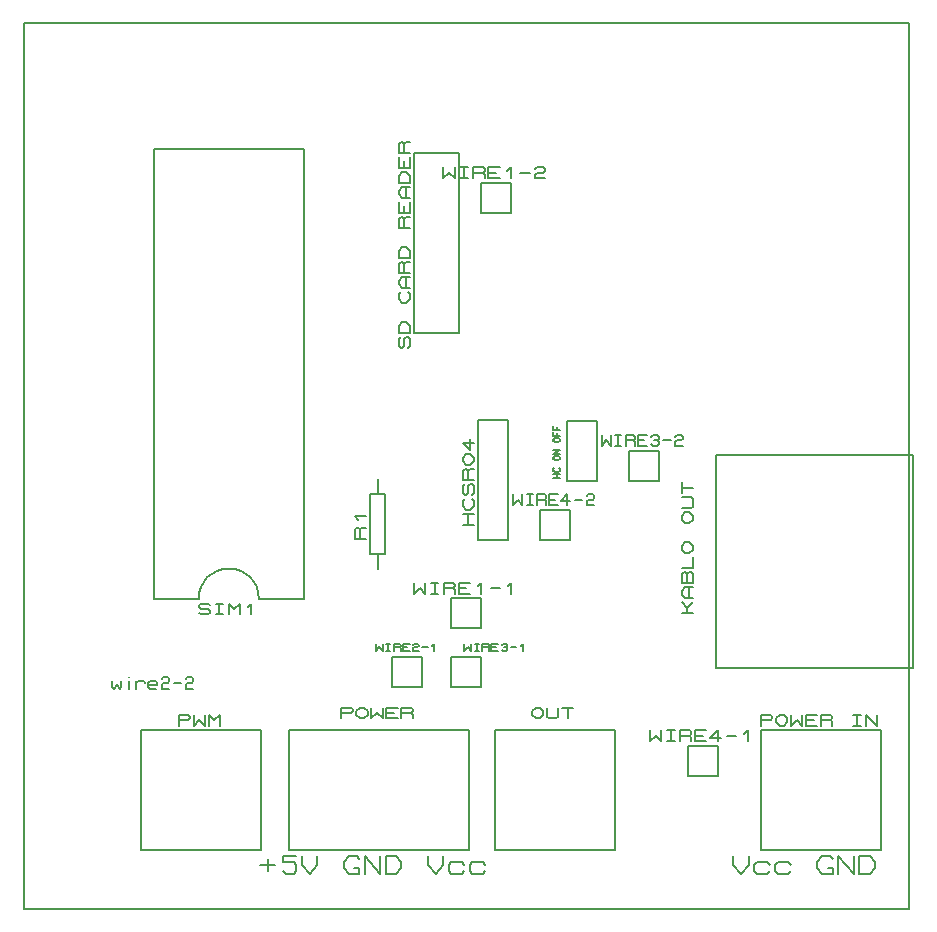
<source format=gbr>
G04 PROTEUS GERBER X2 FILE*
%TF.GenerationSoftware,Labcenter,Proteus,8.10-SP3-Build29560*%
%TF.CreationDate,2022-04-01T22:25:54+00:00*%
%TF.FileFunction,Legend,Top*%
%TF.FilePolarity,Positive*%
%TF.Part,Single*%
%TF.SameCoordinates,{d6a88fbf-1cde-4ff9-8d92-a6d7fee4950a}*%
%FSLAX45Y45*%
%MOMM*%
G01*
%TA.AperFunction,Profile*%
%ADD19C,0.203200*%
%TA.AperFunction,Material*%
%ADD70C,0.203200*%
%TD.AperFunction*%
D19*
X-12750000Y+3500000D02*
X-5250000Y+3500000D01*
X-5250000Y+11000000D01*
X-12750000Y+11000000D01*
X-12750000Y+3500000D01*
D70*
X-11012000Y+6377000D02*
X-11063752Y+6371920D01*
X-11111695Y+6357315D01*
X-11154875Y+6334138D01*
X-11192340Y+6303340D01*
X-11223138Y+6265875D01*
X-11246315Y+6222695D01*
X-11260920Y+6174752D01*
X-11266000Y+6123000D01*
X-11012000Y+6377000D02*
X-10959518Y+6371920D01*
X-10911234Y+6357315D01*
X-10868009Y+6334138D01*
X-10830708Y+6303340D01*
X-10800193Y+6265875D01*
X-10777328Y+6222695D01*
X-10762976Y+6174752D01*
X-10758000Y+6123000D01*
X-11266000Y+6123000D02*
X-11647000Y+6123000D01*
X-11647000Y+9933000D02*
X-10377000Y+9933000D01*
X-10377000Y+6123000D02*
X-10758000Y+6123000D01*
X-11647000Y+6123000D02*
X-11647000Y+9933000D01*
X-10377000Y+6123000D02*
X-10377000Y+9933000D01*
X-11266000Y+6006160D02*
X-11250125Y+5990920D01*
X-11186625Y+5990920D01*
X-11170750Y+6006160D01*
X-11170750Y+6021400D01*
X-11186625Y+6036640D01*
X-11250125Y+6036640D01*
X-11266000Y+6051880D01*
X-11266000Y+6067120D01*
X-11250125Y+6082360D01*
X-11186625Y+6082360D01*
X-11170750Y+6067120D01*
X-11123125Y+6082360D02*
X-11059625Y+6082360D01*
X-11091375Y+6082360D02*
X-11091375Y+5990920D01*
X-11123125Y+5990920D02*
X-11059625Y+5990920D01*
X-11012000Y+5990920D02*
X-11012000Y+6082360D01*
X-10964375Y+6036640D01*
X-10916750Y+6082360D01*
X-10916750Y+5990920D01*
X-10853250Y+6051880D02*
X-10821500Y+6082360D01*
X-10821500Y+5990920D01*
X-9440500Y+8373000D02*
X-9059500Y+8373000D01*
X-9059500Y+9897000D01*
X-9440500Y+9897000D01*
X-9440500Y+8373000D01*
X-9496380Y+8246000D02*
X-9481140Y+8261875D01*
X-9481140Y+8325375D01*
X-9496380Y+8341250D01*
X-9511620Y+8341250D01*
X-9526860Y+8325375D01*
X-9526860Y+8261875D01*
X-9542100Y+8246000D01*
X-9557340Y+8246000D01*
X-9572580Y+8261875D01*
X-9572580Y+8325375D01*
X-9557340Y+8341250D01*
X-9481140Y+8373000D02*
X-9572580Y+8373000D01*
X-9572580Y+8436500D01*
X-9542100Y+8468250D01*
X-9511620Y+8468250D01*
X-9481140Y+8436500D01*
X-9481140Y+8373000D01*
X-9496380Y+8722250D02*
X-9481140Y+8706375D01*
X-9481140Y+8658750D01*
X-9511620Y+8627000D01*
X-9542100Y+8627000D01*
X-9572580Y+8658750D01*
X-9572580Y+8706375D01*
X-9557340Y+8722250D01*
X-9481140Y+8754000D02*
X-9542100Y+8754000D01*
X-9572580Y+8785750D01*
X-9572580Y+8817500D01*
X-9542100Y+8849250D01*
X-9481140Y+8849250D01*
X-9511620Y+8754000D02*
X-9511620Y+8849250D01*
X-9481140Y+8881000D02*
X-9572580Y+8881000D01*
X-9572580Y+8960375D01*
X-9557340Y+8976250D01*
X-9542100Y+8976250D01*
X-9526860Y+8960375D01*
X-9526860Y+8881000D01*
X-9526860Y+8960375D02*
X-9511620Y+8976250D01*
X-9481140Y+8976250D01*
X-9481140Y+9008000D02*
X-9572580Y+9008000D01*
X-9572580Y+9071500D01*
X-9542100Y+9103250D01*
X-9511620Y+9103250D01*
X-9481140Y+9071500D01*
X-9481140Y+9008000D01*
X-9481140Y+9262000D02*
X-9572580Y+9262000D01*
X-9572580Y+9341375D01*
X-9557340Y+9357250D01*
X-9542100Y+9357250D01*
X-9526860Y+9341375D01*
X-9526860Y+9262000D01*
X-9526860Y+9341375D02*
X-9511620Y+9357250D01*
X-9481140Y+9357250D01*
X-9481140Y+9484250D02*
X-9481140Y+9389000D01*
X-9572580Y+9389000D01*
X-9572580Y+9484250D01*
X-9526860Y+9389000D02*
X-9526860Y+9452500D01*
X-9481140Y+9516000D02*
X-9542100Y+9516000D01*
X-9572580Y+9547750D01*
X-9572580Y+9579500D01*
X-9542100Y+9611250D01*
X-9481140Y+9611250D01*
X-9511620Y+9516000D02*
X-9511620Y+9611250D01*
X-9481140Y+9643000D02*
X-9572580Y+9643000D01*
X-9572580Y+9706500D01*
X-9542100Y+9738250D01*
X-9511620Y+9738250D01*
X-9481140Y+9706500D01*
X-9481140Y+9643000D01*
X-9481140Y+9865250D02*
X-9481140Y+9770000D01*
X-9572580Y+9770000D01*
X-9572580Y+9865250D01*
X-9526860Y+9770000D02*
X-9526860Y+9833500D01*
X-9481140Y+9897000D02*
X-9572580Y+9897000D01*
X-9572580Y+9976375D01*
X-9557340Y+9992250D01*
X-9542100Y+9992250D01*
X-9526860Y+9976375D01*
X-9526860Y+9897000D01*
X-9526860Y+9976375D02*
X-9511620Y+9992250D01*
X-9481140Y+9992250D01*
X-9750000Y+6377000D02*
X-9750000Y+6504000D01*
X-9813500Y+6504000D02*
X-9686500Y+6504000D01*
X-9686500Y+7012000D01*
X-9813500Y+7012000D01*
X-9813500Y+6504000D01*
X-9750000Y+7012000D02*
X-9750000Y+7139000D01*
X-9854140Y+6631000D02*
X-9945580Y+6631000D01*
X-9945580Y+6710375D01*
X-9930340Y+6726250D01*
X-9915100Y+6726250D01*
X-9899860Y+6710375D01*
X-9899860Y+6631000D01*
X-9899860Y+6710375D02*
X-9884620Y+6726250D01*
X-9854140Y+6726250D01*
X-9915100Y+6789750D02*
X-9945580Y+6821500D01*
X-9854140Y+6821500D01*
X-8898000Y+6619000D02*
X-8644000Y+6619000D01*
X-8644000Y+7635000D01*
X-8898000Y+7635000D01*
X-8898000Y+6619000D01*
X-8938640Y+6746000D02*
X-9030080Y+6746000D01*
X-9030080Y+6841250D02*
X-8938640Y+6841250D01*
X-8984360Y+6746000D02*
X-8984360Y+6841250D01*
X-8953880Y+6968250D02*
X-8938640Y+6952375D01*
X-8938640Y+6904750D01*
X-8969120Y+6873000D01*
X-8999600Y+6873000D01*
X-9030080Y+6904750D01*
X-9030080Y+6952375D01*
X-9014840Y+6968250D01*
X-8953880Y+7000000D02*
X-8938640Y+7015875D01*
X-8938640Y+7079375D01*
X-8953880Y+7095250D01*
X-8969120Y+7095250D01*
X-8984360Y+7079375D01*
X-8984360Y+7015875D01*
X-8999600Y+7000000D01*
X-9014840Y+7000000D01*
X-9030080Y+7015875D01*
X-9030080Y+7079375D01*
X-9014840Y+7095250D01*
X-8938640Y+7127000D02*
X-9030080Y+7127000D01*
X-9030080Y+7206375D01*
X-9014840Y+7222250D01*
X-8999600Y+7222250D01*
X-8984360Y+7206375D01*
X-8984360Y+7127000D01*
X-8984360Y+7206375D02*
X-8969120Y+7222250D01*
X-8938640Y+7222250D01*
X-8999600Y+7254000D02*
X-9030080Y+7285750D01*
X-9030080Y+7317500D01*
X-8999600Y+7349250D01*
X-8969120Y+7349250D01*
X-8938640Y+7317500D01*
X-8938640Y+7285750D01*
X-8969120Y+7254000D01*
X-8999600Y+7254000D01*
X-8969120Y+7476250D02*
X-8969120Y+7381000D01*
X-9030080Y+7444500D01*
X-8938640Y+7444500D01*
X-6504000Y+5008000D02*
X-6504000Y+3992000D01*
X-5488000Y+5008000D02*
X-5488000Y+3992000D01*
X-6504000Y+3992000D02*
X-5488000Y+3992000D01*
X-6504000Y+5008000D02*
X-5488000Y+5008000D01*
X-6504000Y+5048640D02*
X-6504000Y+5140080D01*
X-6424625Y+5140080D01*
X-6408750Y+5124840D01*
X-6408750Y+5109600D01*
X-6424625Y+5094360D01*
X-6504000Y+5094360D01*
X-6377000Y+5109600D02*
X-6345250Y+5140080D01*
X-6313500Y+5140080D01*
X-6281750Y+5109600D01*
X-6281750Y+5079120D01*
X-6313500Y+5048640D01*
X-6345250Y+5048640D01*
X-6377000Y+5079120D01*
X-6377000Y+5109600D01*
X-6250000Y+5140080D02*
X-6250000Y+5048640D01*
X-6202375Y+5094360D01*
X-6154750Y+5048640D01*
X-6154750Y+5140080D01*
X-6027750Y+5048640D02*
X-6123000Y+5048640D01*
X-6123000Y+5140080D01*
X-6027750Y+5140080D01*
X-6123000Y+5094360D02*
X-6059500Y+5094360D01*
X-5996000Y+5048640D02*
X-5996000Y+5140080D01*
X-5916625Y+5140080D01*
X-5900750Y+5124840D01*
X-5900750Y+5109600D01*
X-5916625Y+5094360D01*
X-5996000Y+5094360D01*
X-5916625Y+5094360D02*
X-5900750Y+5079120D01*
X-5900750Y+5048640D01*
X-5726125Y+5140080D02*
X-5662625Y+5140080D01*
X-5694375Y+5140080D02*
X-5694375Y+5048640D01*
X-5726125Y+5048640D02*
X-5662625Y+5048640D01*
X-5615000Y+5048640D02*
X-5615000Y+5140080D01*
X-5519750Y+5048640D01*
X-5519750Y+5140080D01*
X-11754000Y+5008000D02*
X-11754000Y+3992000D01*
X-10738000Y+5008000D02*
X-10738000Y+3992000D01*
X-11754000Y+3992000D02*
X-10738000Y+3992000D01*
X-11754000Y+5008000D02*
X-10738000Y+5008000D01*
X-11436500Y+5048640D02*
X-11436500Y+5140080D01*
X-11357125Y+5140080D01*
X-11341250Y+5124840D01*
X-11341250Y+5109600D01*
X-11357125Y+5094360D01*
X-11436500Y+5094360D01*
X-11309500Y+5140080D02*
X-11309500Y+5048640D01*
X-11261875Y+5094360D01*
X-11214250Y+5048640D01*
X-11214250Y+5140080D01*
X-11182500Y+5048640D02*
X-11182500Y+5140080D01*
X-11134875Y+5094360D01*
X-11087250Y+5140080D01*
X-11087250Y+5048640D01*
X-7746000Y+3992000D02*
X-7746000Y+5008000D01*
X-8762000Y+3992000D02*
X-8762000Y+5008000D01*
X-7746000Y+5008000D02*
X-8762000Y+5008000D01*
X-7746000Y+3992000D02*
X-8762000Y+3992000D01*
X-8444500Y+5170880D02*
X-8412750Y+5201360D01*
X-8381000Y+5201360D01*
X-8349250Y+5170880D01*
X-8349250Y+5140400D01*
X-8381000Y+5109920D01*
X-8412750Y+5109920D01*
X-8444500Y+5140400D01*
X-8444500Y+5170880D01*
X-8317500Y+5201360D02*
X-8317500Y+5125160D01*
X-8301625Y+5109920D01*
X-8238125Y+5109920D01*
X-8222250Y+5125160D01*
X-8222250Y+5201360D01*
X-8190500Y+5201360D02*
X-8095250Y+5201360D01*
X-8142875Y+5201360D02*
X-8142875Y+5109920D01*
X-8980000Y+3992000D02*
X-8980000Y+5008000D01*
X-10504000Y+3992000D02*
X-10504000Y+5008000D01*
X-8980000Y+5008000D02*
X-10504000Y+5008000D01*
X-10504000Y+3992000D02*
X-8980000Y+3992000D01*
X-10059500Y+5109920D02*
X-10059500Y+5201360D01*
X-9980125Y+5201360D01*
X-9964250Y+5186120D01*
X-9964250Y+5170880D01*
X-9980125Y+5155640D01*
X-10059500Y+5155640D01*
X-9932500Y+5170880D02*
X-9900750Y+5201360D01*
X-9869000Y+5201360D01*
X-9837250Y+5170880D01*
X-9837250Y+5140400D01*
X-9869000Y+5109920D01*
X-9900750Y+5109920D01*
X-9932500Y+5140400D01*
X-9932500Y+5170880D01*
X-9805500Y+5201360D02*
X-9805500Y+5109920D01*
X-9757875Y+5155640D01*
X-9710250Y+5109920D01*
X-9710250Y+5201360D01*
X-9583250Y+5109920D02*
X-9678500Y+5109920D01*
X-9678500Y+5201360D01*
X-9583250Y+5201360D01*
X-9678500Y+5155640D02*
X-9615000Y+5155640D01*
X-9551500Y+5109920D02*
X-9551500Y+5201360D01*
X-9472125Y+5201360D01*
X-9456250Y+5186120D01*
X-9456250Y+5170880D01*
X-9472125Y+5155640D01*
X-9551500Y+5155640D01*
X-9472125Y+5155640D02*
X-9456250Y+5140400D01*
X-9456250Y+5109920D01*
X-8148000Y+7119000D02*
X-7894000Y+7119000D01*
X-7894000Y+7627000D01*
X-8148000Y+7627000D01*
X-8148000Y+7119000D01*
X-8203880Y+7144400D02*
X-8264840Y+7144400D01*
X-8264840Y+7182500D02*
X-8203880Y+7182500D01*
X-8234360Y+7144400D02*
X-8234360Y+7182500D01*
X-8214040Y+7233300D02*
X-8203880Y+7226950D01*
X-8203880Y+7207900D01*
X-8224200Y+7195200D01*
X-8244520Y+7195200D01*
X-8264840Y+7207900D01*
X-8264840Y+7226950D01*
X-8254680Y+7233300D01*
X-8244520Y+7296800D02*
X-8264840Y+7309500D01*
X-8264840Y+7322200D01*
X-8244520Y+7334900D01*
X-8224200Y+7334900D01*
X-8203880Y+7322200D01*
X-8203880Y+7309500D01*
X-8224200Y+7296800D01*
X-8244520Y+7296800D01*
X-8203880Y+7347600D02*
X-8264840Y+7347600D01*
X-8203880Y+7385700D01*
X-8264840Y+7385700D01*
X-8244520Y+7449200D02*
X-8264840Y+7461900D01*
X-8264840Y+7474600D01*
X-8244520Y+7487300D01*
X-8224200Y+7487300D01*
X-8203880Y+7474600D01*
X-8203880Y+7461900D01*
X-8224200Y+7449200D01*
X-8244520Y+7449200D01*
X-8203880Y+7500000D02*
X-8264840Y+7500000D01*
X-8264840Y+7538100D01*
X-8234360Y+7500000D02*
X-8234360Y+7525400D01*
X-8203880Y+7550800D02*
X-8264840Y+7550800D01*
X-8264840Y+7588900D01*
X-8234360Y+7550800D02*
X-8234360Y+7576200D01*
X-6883540Y+5537720D02*
X-5217300Y+5537720D01*
X-5217300Y+7341120D01*
X-6883540Y+7341120D01*
X-6883540Y+5537720D01*
X-7176660Y+5998920D02*
X-7085220Y+5998920D01*
X-7176660Y+6094170D02*
X-7130940Y+6046545D01*
X-7085220Y+6094170D01*
X-7130940Y+5998920D02*
X-7130940Y+6046545D01*
X-7085220Y+6125920D02*
X-7146180Y+6125920D01*
X-7176660Y+6157670D01*
X-7176660Y+6189420D01*
X-7146180Y+6221170D01*
X-7085220Y+6221170D01*
X-7115700Y+6125920D02*
X-7115700Y+6221170D01*
X-7085220Y+6252920D02*
X-7176660Y+6252920D01*
X-7176660Y+6332295D01*
X-7161420Y+6348170D01*
X-7146180Y+6348170D01*
X-7130940Y+6332295D01*
X-7115700Y+6348170D01*
X-7100460Y+6348170D01*
X-7085220Y+6332295D01*
X-7085220Y+6252920D01*
X-7130940Y+6252920D02*
X-7130940Y+6332295D01*
X-7176660Y+6379920D02*
X-7085220Y+6379920D01*
X-7085220Y+6475170D01*
X-7146180Y+6506920D02*
X-7176660Y+6538670D01*
X-7176660Y+6570420D01*
X-7146180Y+6602170D01*
X-7115700Y+6602170D01*
X-7085220Y+6570420D01*
X-7085220Y+6538670D01*
X-7115700Y+6506920D01*
X-7146180Y+6506920D01*
X-7146180Y+6760920D02*
X-7176660Y+6792670D01*
X-7176660Y+6824420D01*
X-7146180Y+6856170D01*
X-7115700Y+6856170D01*
X-7085220Y+6824420D01*
X-7085220Y+6792670D01*
X-7115700Y+6760920D01*
X-7146180Y+6760920D01*
X-7176660Y+6887920D02*
X-7100460Y+6887920D01*
X-7085220Y+6903795D01*
X-7085220Y+6967295D01*
X-7100460Y+6983170D01*
X-7176660Y+6983170D01*
X-7176660Y+7014920D02*
X-7176660Y+7110170D01*
X-7176660Y+7062545D02*
X-7085220Y+7062545D01*
X-9627000Y+5373000D02*
X-9373000Y+5373000D01*
X-9373000Y+5627000D01*
X-9627000Y+5627000D01*
X-9627000Y+5373000D01*
X-9766700Y+5743840D02*
X-9766700Y+5682880D01*
X-9738125Y+5713360D01*
X-9709550Y+5682880D01*
X-9709550Y+5743840D01*
X-9680975Y+5743840D02*
X-9642875Y+5743840D01*
X-9661925Y+5743840D02*
X-9661925Y+5682880D01*
X-9680975Y+5682880D02*
X-9642875Y+5682880D01*
X-9614300Y+5682880D02*
X-9614300Y+5743840D01*
X-9566675Y+5743840D01*
X-9557150Y+5733680D01*
X-9557150Y+5723520D01*
X-9566675Y+5713360D01*
X-9614300Y+5713360D01*
X-9566675Y+5713360D02*
X-9557150Y+5703200D01*
X-9557150Y+5682880D01*
X-9480950Y+5682880D02*
X-9538100Y+5682880D01*
X-9538100Y+5743840D01*
X-9480950Y+5743840D01*
X-9538100Y+5713360D02*
X-9500000Y+5713360D01*
X-9452375Y+5733680D02*
X-9442850Y+5743840D01*
X-9414275Y+5743840D01*
X-9404750Y+5733680D01*
X-9404750Y+5723520D01*
X-9414275Y+5713360D01*
X-9442850Y+5713360D01*
X-9452375Y+5703200D01*
X-9452375Y+5682880D01*
X-9404750Y+5682880D01*
X-9376175Y+5713360D02*
X-9328550Y+5713360D01*
X-9290450Y+5723520D02*
X-9271400Y+5743840D01*
X-9271400Y+5682880D01*
X-8877000Y+9389000D02*
X-8623000Y+9389000D01*
X-8623000Y+9643000D01*
X-8877000Y+9643000D01*
X-8877000Y+9389000D01*
X-9194500Y+9775080D02*
X-9194500Y+9683640D01*
X-9146875Y+9729360D01*
X-9099250Y+9683640D01*
X-9099250Y+9775080D01*
X-9051625Y+9775080D02*
X-8988125Y+9775080D01*
X-9019875Y+9775080D02*
X-9019875Y+9683640D01*
X-9051625Y+9683640D02*
X-8988125Y+9683640D01*
X-8940500Y+9683640D02*
X-8940500Y+9775080D01*
X-8861125Y+9775080D01*
X-8845250Y+9759840D01*
X-8845250Y+9744600D01*
X-8861125Y+9729360D01*
X-8940500Y+9729360D01*
X-8861125Y+9729360D02*
X-8845250Y+9714120D01*
X-8845250Y+9683640D01*
X-8718250Y+9683640D02*
X-8813500Y+9683640D01*
X-8813500Y+9775080D01*
X-8718250Y+9775080D01*
X-8813500Y+9729360D02*
X-8750000Y+9729360D01*
X-8654750Y+9744600D02*
X-8623000Y+9775080D01*
X-8623000Y+9683640D01*
X-8543625Y+9729360D02*
X-8464250Y+9729360D01*
X-8416625Y+9759840D02*
X-8400750Y+9775080D01*
X-8353125Y+9775080D01*
X-8337250Y+9759840D01*
X-8337250Y+9744600D01*
X-8353125Y+9729360D01*
X-8400750Y+9729360D01*
X-8416625Y+9714120D01*
X-8416625Y+9683640D01*
X-8337250Y+9683640D01*
X-12000000Y+5428880D02*
X-12000000Y+5375540D01*
X-11987300Y+5357760D01*
X-11961900Y+5393320D01*
X-11936500Y+5357760D01*
X-11923800Y+5375540D01*
X-11923800Y+5428880D01*
X-11860300Y+5428880D02*
X-11860300Y+5357760D01*
X-11860300Y+5464440D02*
X-11860300Y+5464440D01*
X-11796800Y+5357760D02*
X-11796800Y+5428880D01*
X-11796800Y+5411100D02*
X-11784100Y+5428880D01*
X-11733300Y+5428880D01*
X-11720600Y+5411100D01*
X-11695200Y+5393320D02*
X-11619000Y+5393320D01*
X-11619000Y+5411100D01*
X-11631700Y+5428880D01*
X-11682500Y+5428880D01*
X-11695200Y+5411100D01*
X-11695200Y+5375540D01*
X-11682500Y+5357760D01*
X-11631700Y+5357760D01*
X-11580900Y+5446660D02*
X-11568200Y+5464440D01*
X-11530100Y+5464440D01*
X-11517400Y+5446660D01*
X-11517400Y+5428880D01*
X-11530100Y+5411100D01*
X-11568200Y+5411100D01*
X-11580900Y+5393320D01*
X-11580900Y+5357760D01*
X-11517400Y+5357760D01*
X-11479300Y+5411100D02*
X-11415800Y+5411100D01*
X-11377700Y+5446660D02*
X-11365000Y+5464440D01*
X-11326900Y+5464440D01*
X-11314200Y+5446660D01*
X-11314200Y+5428880D01*
X-11326900Y+5411100D01*
X-11365000Y+5411100D01*
X-11377700Y+5393320D01*
X-11377700Y+5357760D01*
X-11314200Y+5357760D01*
X-9127000Y+5373000D02*
X-8873000Y+5373000D01*
X-8873000Y+5627000D01*
X-9127000Y+5627000D01*
X-9127000Y+5373000D01*
X-9016700Y+5743840D02*
X-9016700Y+5682880D01*
X-8988125Y+5713360D01*
X-8959550Y+5682880D01*
X-8959550Y+5743840D01*
X-8930975Y+5743840D02*
X-8892875Y+5743840D01*
X-8911925Y+5743840D02*
X-8911925Y+5682880D01*
X-8930975Y+5682880D02*
X-8892875Y+5682880D01*
X-8864300Y+5682880D02*
X-8864300Y+5743840D01*
X-8816675Y+5743840D01*
X-8807150Y+5733680D01*
X-8807150Y+5723520D01*
X-8816675Y+5713360D01*
X-8864300Y+5713360D01*
X-8816675Y+5713360D02*
X-8807150Y+5703200D01*
X-8807150Y+5682880D01*
X-8730950Y+5682880D02*
X-8788100Y+5682880D01*
X-8788100Y+5743840D01*
X-8730950Y+5743840D01*
X-8788100Y+5713360D02*
X-8750000Y+5713360D01*
X-8702375Y+5733680D02*
X-8692850Y+5743840D01*
X-8664275Y+5743840D01*
X-8654750Y+5733680D01*
X-8654750Y+5723520D01*
X-8664275Y+5713360D01*
X-8654750Y+5703200D01*
X-8654750Y+5693040D01*
X-8664275Y+5682880D01*
X-8692850Y+5682880D01*
X-8702375Y+5693040D01*
X-8683325Y+5713360D02*
X-8664275Y+5713360D01*
X-8626175Y+5713360D02*
X-8578550Y+5713360D01*
X-8540450Y+5723520D02*
X-8521400Y+5743840D01*
X-8521400Y+5682880D01*
X-9127000Y+5873000D02*
X-8873000Y+5873000D01*
X-8873000Y+6127000D01*
X-9127000Y+6127000D01*
X-9127000Y+5873000D01*
X-9444500Y+6259080D02*
X-9444500Y+6167640D01*
X-9396875Y+6213360D01*
X-9349250Y+6167640D01*
X-9349250Y+6259080D01*
X-9301625Y+6259080D02*
X-9238125Y+6259080D01*
X-9269875Y+6259080D02*
X-9269875Y+6167640D01*
X-9301625Y+6167640D02*
X-9238125Y+6167640D01*
X-9190500Y+6167640D02*
X-9190500Y+6259080D01*
X-9111125Y+6259080D01*
X-9095250Y+6243840D01*
X-9095250Y+6228600D01*
X-9111125Y+6213360D01*
X-9190500Y+6213360D01*
X-9111125Y+6213360D02*
X-9095250Y+6198120D01*
X-9095250Y+6167640D01*
X-8968250Y+6167640D02*
X-9063500Y+6167640D01*
X-9063500Y+6259080D01*
X-8968250Y+6259080D01*
X-9063500Y+6213360D02*
X-9000000Y+6213360D01*
X-8904750Y+6228600D02*
X-8873000Y+6259080D01*
X-8873000Y+6167640D01*
X-8793625Y+6213360D02*
X-8714250Y+6213360D01*
X-8650750Y+6228600D02*
X-8619000Y+6259080D01*
X-8619000Y+6167640D01*
X-7627000Y+7123000D02*
X-7373000Y+7123000D01*
X-7373000Y+7377000D01*
X-7627000Y+7377000D01*
X-7627000Y+7123000D01*
X-7855600Y+7509080D02*
X-7855600Y+7417640D01*
X-7817500Y+7463360D01*
X-7779400Y+7417640D01*
X-7779400Y+7509080D01*
X-7741300Y+7509080D02*
X-7690500Y+7509080D01*
X-7715900Y+7509080D02*
X-7715900Y+7417640D01*
X-7741300Y+7417640D02*
X-7690500Y+7417640D01*
X-7652400Y+7417640D02*
X-7652400Y+7509080D01*
X-7588900Y+7509080D01*
X-7576200Y+7493840D01*
X-7576200Y+7478600D01*
X-7588900Y+7463360D01*
X-7652400Y+7463360D01*
X-7588900Y+7463360D02*
X-7576200Y+7448120D01*
X-7576200Y+7417640D01*
X-7474600Y+7417640D02*
X-7550800Y+7417640D01*
X-7550800Y+7509080D01*
X-7474600Y+7509080D01*
X-7550800Y+7463360D02*
X-7500000Y+7463360D01*
X-7436500Y+7493840D02*
X-7423800Y+7509080D01*
X-7385700Y+7509080D01*
X-7373000Y+7493840D01*
X-7373000Y+7478600D01*
X-7385700Y+7463360D01*
X-7373000Y+7448120D01*
X-7373000Y+7432880D01*
X-7385700Y+7417640D01*
X-7423800Y+7417640D01*
X-7436500Y+7432880D01*
X-7411100Y+7463360D02*
X-7385700Y+7463360D01*
X-7334900Y+7463360D02*
X-7271400Y+7463360D01*
X-7233300Y+7493840D02*
X-7220600Y+7509080D01*
X-7182500Y+7509080D01*
X-7169800Y+7493840D01*
X-7169800Y+7478600D01*
X-7182500Y+7463360D01*
X-7220600Y+7463360D01*
X-7233300Y+7448120D01*
X-7233300Y+7417640D01*
X-7169800Y+7417640D01*
X-7127000Y+4623000D02*
X-6873000Y+4623000D01*
X-6873000Y+4877000D01*
X-7127000Y+4877000D01*
X-7127000Y+4623000D01*
X-7444500Y+5009080D02*
X-7444500Y+4917640D01*
X-7396875Y+4963360D01*
X-7349250Y+4917640D01*
X-7349250Y+5009080D01*
X-7301625Y+5009080D02*
X-7238125Y+5009080D01*
X-7269875Y+5009080D02*
X-7269875Y+4917640D01*
X-7301625Y+4917640D02*
X-7238125Y+4917640D01*
X-7190500Y+4917640D02*
X-7190500Y+5009080D01*
X-7111125Y+5009080D01*
X-7095250Y+4993840D01*
X-7095250Y+4978600D01*
X-7111125Y+4963360D01*
X-7190500Y+4963360D01*
X-7111125Y+4963360D02*
X-7095250Y+4948120D01*
X-7095250Y+4917640D01*
X-6968250Y+4917640D02*
X-7063500Y+4917640D01*
X-7063500Y+5009080D01*
X-6968250Y+5009080D01*
X-7063500Y+4963360D02*
X-7000000Y+4963360D01*
X-6841250Y+4948120D02*
X-6936500Y+4948120D01*
X-6873000Y+5009080D01*
X-6873000Y+4917640D01*
X-6793625Y+4963360D02*
X-6714250Y+4963360D01*
X-6650750Y+4978600D02*
X-6619000Y+5009080D01*
X-6619000Y+4917640D01*
X-8377000Y+6623000D02*
X-8123000Y+6623000D01*
X-8123000Y+6877000D01*
X-8377000Y+6877000D01*
X-8377000Y+6623000D01*
X-8605600Y+7009080D02*
X-8605600Y+6917640D01*
X-8567500Y+6963360D01*
X-8529400Y+6917640D01*
X-8529400Y+7009080D01*
X-8491300Y+7009080D02*
X-8440500Y+7009080D01*
X-8465900Y+7009080D02*
X-8465900Y+6917640D01*
X-8491300Y+6917640D02*
X-8440500Y+6917640D01*
X-8402400Y+6917640D02*
X-8402400Y+7009080D01*
X-8338900Y+7009080D01*
X-8326200Y+6993840D01*
X-8326200Y+6978600D01*
X-8338900Y+6963360D01*
X-8402400Y+6963360D01*
X-8338900Y+6963360D02*
X-8326200Y+6948120D01*
X-8326200Y+6917640D01*
X-8224600Y+6917640D02*
X-8300800Y+6917640D01*
X-8300800Y+7009080D01*
X-8224600Y+7009080D01*
X-8300800Y+6963360D02*
X-8250000Y+6963360D01*
X-8123000Y+6948120D02*
X-8199200Y+6948120D01*
X-8148400Y+7009080D01*
X-8148400Y+6917640D01*
X-8084900Y+6963360D02*
X-8021400Y+6963360D01*
X-7983300Y+6993840D02*
X-7970600Y+7009080D01*
X-7932500Y+7009080D01*
X-7919800Y+6993840D01*
X-7919800Y+6978600D01*
X-7932500Y+6963360D01*
X-7970600Y+6963360D01*
X-7983300Y+6948120D01*
X-7983300Y+6917640D01*
X-7919800Y+6917640D01*
X-6742000Y+3949200D02*
X-6742000Y+3873000D01*
X-6675325Y+3796800D01*
X-6608650Y+3873000D01*
X-6608650Y+3949200D01*
X-6430850Y+3873000D02*
X-6453075Y+3898400D01*
X-6541975Y+3898400D01*
X-6564200Y+3873000D01*
X-6564200Y+3822200D01*
X-6541975Y+3796800D01*
X-6453075Y+3796800D01*
X-6430850Y+3822200D01*
X-6253050Y+3873000D02*
X-6275275Y+3898400D01*
X-6364175Y+3898400D01*
X-6386400Y+3873000D01*
X-6386400Y+3822200D01*
X-6364175Y+3796800D01*
X-6275275Y+3796800D01*
X-6253050Y+3822200D01*
X-5941900Y+3847600D02*
X-5897450Y+3847600D01*
X-5897450Y+3796800D01*
X-5986350Y+3796800D01*
X-6030800Y+3847600D01*
X-6030800Y+3898400D01*
X-5986350Y+3949200D01*
X-5919675Y+3949200D01*
X-5897450Y+3923800D01*
X-5853000Y+3796800D02*
X-5853000Y+3949200D01*
X-5719650Y+3796800D01*
X-5719650Y+3949200D01*
X-5675200Y+3796800D02*
X-5675200Y+3949200D01*
X-5586300Y+3949200D01*
X-5541850Y+3898400D01*
X-5541850Y+3847600D01*
X-5586300Y+3796800D01*
X-5675200Y+3796800D01*
X-10750000Y+3873000D02*
X-10616650Y+3873000D01*
X-10683325Y+3923800D02*
X-10683325Y+3822200D01*
X-10438850Y+3949200D02*
X-10549975Y+3949200D01*
X-10549975Y+3898400D01*
X-10461075Y+3898400D01*
X-10438850Y+3873000D01*
X-10438850Y+3822200D01*
X-10461075Y+3796800D01*
X-10527750Y+3796800D01*
X-10549975Y+3822200D01*
X-10394400Y+3949200D02*
X-10394400Y+3873000D01*
X-10327725Y+3796800D01*
X-10261050Y+3873000D01*
X-10261050Y+3949200D01*
X-9949900Y+3847600D02*
X-9905450Y+3847600D01*
X-9905450Y+3796800D01*
X-9994350Y+3796800D01*
X-10038800Y+3847600D01*
X-10038800Y+3898400D01*
X-9994350Y+3949200D01*
X-9927675Y+3949200D01*
X-9905450Y+3923800D01*
X-9861000Y+3796800D02*
X-9861000Y+3949200D01*
X-9727650Y+3796800D01*
X-9727650Y+3949200D01*
X-9683200Y+3796800D02*
X-9683200Y+3949200D01*
X-9594300Y+3949200D01*
X-9549850Y+3898400D01*
X-9549850Y+3847600D01*
X-9594300Y+3796800D01*
X-9683200Y+3796800D01*
X-9327600Y+3949200D02*
X-9327600Y+3873000D01*
X-9260925Y+3796800D01*
X-9194250Y+3873000D01*
X-9194250Y+3949200D01*
X-9016450Y+3873000D02*
X-9038675Y+3898400D01*
X-9127575Y+3898400D01*
X-9149800Y+3873000D01*
X-9149800Y+3822200D01*
X-9127575Y+3796800D01*
X-9038675Y+3796800D01*
X-9016450Y+3822200D01*
X-8838650Y+3873000D02*
X-8860875Y+3898400D01*
X-8949775Y+3898400D01*
X-8972000Y+3873000D01*
X-8972000Y+3822200D01*
X-8949775Y+3796800D01*
X-8860875Y+3796800D01*
X-8838650Y+3822200D01*
M02*

</source>
